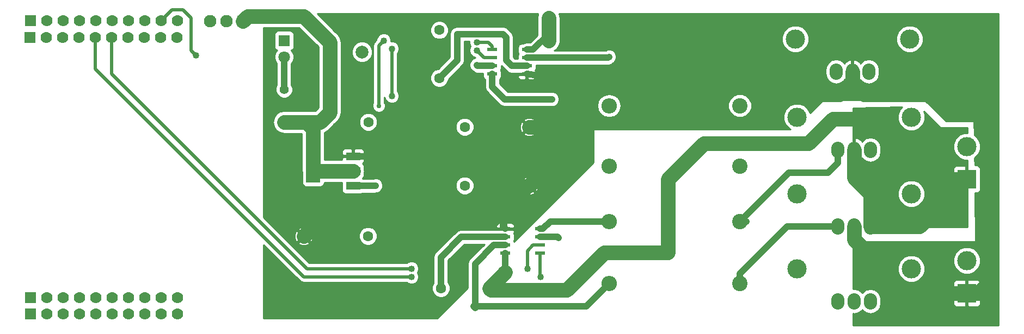
<source format=gbr>
G04 #@! TF.GenerationSoftware,KiCad,Pcbnew,(2017-03-23 revision 5aa1610)-master*
G04 #@! TF.CreationDate,2017-05-08T22:11:11+02:00*
G04 #@! TF.ProjectId,aPortableInductionHeater,61506F727461626C65496E6475637469,rev?*
G04 #@! TF.FileFunction,Copper,L1,Top,Signal*
G04 #@! TF.FilePolarity,Positive*
%FSLAX46Y46*%
G04 Gerber Fmt 4.6, Leading zero omitted, Abs format (unit mm)*
G04 Created by KiCad (PCBNEW (2017-03-23 revision 5aa1610)-master) date 2017 May 08, Monday 22:11:11*
%MOMM*%
%LPD*%
G01*
G04 APERTURE LIST*
%ADD10C,0.100000*%
%ADD11C,3.000000*%
%ADD12O,2.032000X2.540000*%
%ADD13R,2.235200X1.219200*%
%ADD14R,2.199640X3.599180*%
%ADD15R,1.550000X0.600000*%
%ADD16C,1.600000*%
%ADD17R,1.778000X1.778000*%
%ADD18C,1.778000*%
%ADD19C,1.930400*%
%ADD20R,1.676400X1.676400*%
%ADD21C,2.400000*%
%ADD22O,2.400000X2.400000*%
%ADD23C,2.000000*%
%ADD24R,2.000000X2.000000*%
%ADD25C,1.800000*%
%ADD26R,1.800000X1.800000*%
%ADD27O,1.400000X1.400000*%
%ADD28C,1.400000*%
%ADD29R,3.000000X3.000000*%
%ADD30C,1.016000*%
%ADD31C,0.762000*%
%ADD32C,1.016000*%
%ADD33C,2.286000*%
%ADD34C,0.508000*%
%ADD35C,1.000000*%
%ADD36C,0.254000*%
G04 APERTURE END LIST*
D10*
D11*
X201676000Y-110490000D03*
D12*
X210566000Y-115570000D03*
X213106000Y-115570000D03*
X208026000Y-115570000D03*
D11*
X219456000Y-110490000D03*
X219456000Y-98806000D03*
D12*
X208026000Y-103886000D03*
X213106000Y-103886000D03*
X210566000Y-103886000D03*
D11*
X201676000Y-98806000D03*
X219456000Y-86868000D03*
D12*
X208026000Y-91948000D03*
X213106000Y-91948000D03*
X210566000Y-91948000D03*
D11*
X201676000Y-86868000D03*
X201422000Y-74676000D03*
D12*
X210312000Y-79756000D03*
X212852000Y-79756000D03*
X207772000Y-79756000D03*
D11*
X219202000Y-74676000D03*
D13*
X132638800Y-97561400D03*
X132638800Y-95250000D03*
X132638800Y-92941140D03*
D14*
X126441200Y-95250000D03*
D15*
X156304000Y-104267000D03*
X156304000Y-105537000D03*
X156304000Y-106807000D03*
X156304000Y-108077000D03*
X161704000Y-108077000D03*
X161704000Y-106807000D03*
X161704000Y-105537000D03*
X161704000Y-104267000D03*
X154272000Y-80137000D03*
X154272000Y-78867000D03*
X154272000Y-77597000D03*
X154272000Y-76327000D03*
X159672000Y-76327000D03*
X159672000Y-77597000D03*
X159672000Y-78867000D03*
X159672000Y-80137000D03*
D16*
X127508000Y-87630000D03*
X135008000Y-87630000D03*
X160020000Y-88392000D03*
X150020000Y-88392000D03*
X160020000Y-97536000D03*
X150020000Y-97536000D03*
X124968000Y-105410000D03*
X134968000Y-105410000D03*
X146050000Y-80772000D03*
X146050000Y-73272000D03*
X146304000Y-113538000D03*
X153804000Y-113538000D03*
D17*
X82460000Y-71850000D03*
D18*
X85000000Y-71850000D03*
X87540000Y-71850000D03*
X90080000Y-71850000D03*
X92620000Y-71850000D03*
X95160000Y-71850000D03*
X97700000Y-71850000D03*
X100240000Y-71850000D03*
X102780000Y-71850000D03*
X105320000Y-71850000D03*
D17*
X82410000Y-74400000D03*
D18*
X84950000Y-74400000D03*
X87490000Y-74400000D03*
X90030000Y-74400000D03*
X92570000Y-74400000D03*
X95110000Y-74400000D03*
X97650000Y-74400000D03*
X100190000Y-74400000D03*
X102730000Y-74400000D03*
X105270000Y-74400000D03*
D17*
X82461100Y-115033600D03*
D18*
X85001100Y-115033600D03*
X87541100Y-115033600D03*
X90081100Y-115033600D03*
X92621100Y-115033600D03*
X95161100Y-115033600D03*
X97701100Y-115033600D03*
X100241100Y-115033600D03*
X102781100Y-115033600D03*
X105321100Y-115033600D03*
D17*
X82461100Y-117573600D03*
D18*
X85001100Y-117573600D03*
X87541100Y-117573600D03*
X90081100Y-117573600D03*
X92621100Y-117573600D03*
X95161100Y-117573600D03*
X97701100Y-117573600D03*
X100241100Y-117573600D03*
X102781100Y-117573600D03*
X105321100Y-117573600D03*
D19*
X110406601Y-71859043D03*
X112946601Y-71859043D03*
D20*
X115486601Y-71859043D03*
D21*
X192786000Y-112776000D03*
D22*
X172466000Y-112776000D03*
D21*
X192786000Y-85090000D03*
D22*
X172466000Y-85090000D03*
X172466000Y-103124000D03*
D21*
X192786000Y-103124000D03*
D22*
X172466000Y-94488000D03*
D21*
X192786000Y-94488000D03*
D23*
X134032000Y-76708000D03*
D24*
X129032000Y-76708000D03*
D25*
X121920000Y-77470000D03*
D26*
X121920000Y-74930000D03*
D27*
X121920000Y-87630000D03*
D28*
X121920000Y-82550000D03*
D11*
X228092000Y-91440000D03*
D29*
X228092000Y-96520000D03*
D11*
X228092000Y-109220000D03*
D29*
X228092000Y-114300000D03*
D30*
X136144000Y-97536000D03*
X164592000Y-105664000D03*
X151892000Y-78740000D03*
X141732000Y-110490000D03*
X159766000Y-110490000D03*
X141732000Y-111760000D03*
X161798000Y-111760000D03*
X163068000Y-71374000D03*
X172466000Y-77470000D03*
X163576000Y-84074000D03*
X151892000Y-75184000D03*
X137414000Y-74930000D03*
D31*
X136652000Y-85090000D03*
D30*
X108204000Y-77216000D03*
X138684000Y-83566000D03*
X138684000Y-76200000D03*
X151892000Y-76454000D03*
D32*
X136118600Y-97561400D02*
X132638800Y-97561400D01*
X136144000Y-97536000D02*
X136118600Y-97561400D01*
X164465000Y-105537000D02*
X161704000Y-105537000D01*
X164592000Y-105664000D02*
X164465000Y-105537000D01*
X152019000Y-78867000D02*
X154272000Y-78867000D01*
X151892000Y-78740000D02*
X152019000Y-78867000D01*
D33*
X213106000Y-103886000D02*
X213106000Y-98806000D01*
X210566000Y-96266000D02*
X210566000Y-91948000D01*
X213106000Y-98806000D02*
X210566000Y-96266000D01*
X213106000Y-103886000D02*
X220726000Y-103886000D01*
X220726000Y-103886000D02*
X228092000Y-96520000D01*
X181610000Y-107950000D02*
X181610000Y-96520000D01*
X165862000Y-113792000D02*
X171704000Y-107950000D01*
X171704000Y-107950000D02*
X181610000Y-107950000D01*
X154058000Y-113792000D02*
X165862000Y-113792000D01*
X223520000Y-96520000D02*
X228092000Y-96520000D01*
X214122000Y-87122000D02*
X223520000Y-96520000D01*
X207264000Y-87122000D02*
X214122000Y-87122000D01*
X203454000Y-90932000D02*
X207264000Y-87122000D01*
X187198000Y-90932000D02*
X203454000Y-90932000D01*
X181610000Y-96520000D02*
X187198000Y-90932000D01*
D32*
X156304000Y-108077000D02*
X156304000Y-111038000D01*
D33*
X156304000Y-111038000D02*
X153804000Y-113538000D01*
X154058000Y-113792000D02*
X153804000Y-113538000D01*
D32*
X156304000Y-105537000D02*
X149479000Y-105537000D01*
X146304000Y-108712000D02*
X146304000Y-113538000D01*
X149479000Y-105537000D02*
X146304000Y-108712000D01*
D33*
X210439000Y-81661000D02*
X209931000Y-81661000D01*
X195453000Y-81153000D02*
X166370000Y-81153000D01*
X197612000Y-83312000D02*
X195453000Y-81153000D01*
X208280000Y-83312000D02*
X197612000Y-83312000D01*
X209931000Y-81661000D02*
X208280000Y-83312000D01*
X231648000Y-85852000D02*
X225806000Y-85852000D01*
X229870000Y-114300000D02*
X231648000Y-112522000D01*
X231648000Y-112522000D02*
X231648000Y-85852000D01*
X228092000Y-114300000D02*
X229870000Y-114300000D01*
X212090000Y-83312000D02*
X210439000Y-81661000D01*
X210439000Y-81661000D02*
X210312000Y-81534000D01*
X223266000Y-83312000D02*
X212090000Y-83312000D01*
X225806000Y-85852000D02*
X223266000Y-83312000D01*
X218948000Y-114300000D02*
X217170000Y-114300000D01*
X228092000Y-114300000D02*
X218948000Y-114300000D01*
X210566000Y-105918000D02*
X210566000Y-103886000D01*
X214122000Y-109474000D02*
X210566000Y-105918000D01*
X214122000Y-111252000D02*
X214122000Y-109474000D01*
X217170000Y-114300000D02*
X214122000Y-111252000D01*
X210312000Y-79756000D02*
X210312000Y-81534000D01*
X210312000Y-81534000D02*
X210312000Y-82042000D01*
X210312000Y-82042000D02*
X210566000Y-81788000D01*
X210566000Y-81788000D02*
X210566000Y-82042000D01*
X155956000Y-101600000D02*
X128778000Y-101600000D01*
X128778000Y-101600000D02*
X124968000Y-105410000D01*
D32*
X159672000Y-80137000D02*
X166370000Y-81153000D01*
D33*
X166370000Y-81153000D02*
X166370000Y-81026000D01*
X166370000Y-82042000D02*
X166370000Y-89154000D01*
X166370000Y-81026000D02*
X166370000Y-82042000D01*
D32*
X155956000Y-103919000D02*
X155956000Y-101600000D01*
D33*
X155956000Y-101600000D02*
X155956000Y-101346000D01*
X155956000Y-101346000D02*
X156210000Y-101092000D01*
D32*
X155956000Y-103919000D02*
X156304000Y-104267000D01*
X155956000Y-103919000D02*
X156304000Y-104267000D01*
X132638800Y-92941140D02*
X164614860Y-92941140D01*
D33*
X164614860Y-92941140D02*
X164846000Y-92710000D01*
X160020000Y-97536000D02*
X159766000Y-97536000D01*
X159766000Y-97536000D02*
X156210000Y-101092000D01*
X160020000Y-88392000D02*
X165608000Y-88392000D01*
X165608000Y-88392000D02*
X166370000Y-89154000D01*
X166370000Y-89154000D02*
X166370000Y-91186000D01*
X166370000Y-91186000D02*
X164846000Y-92710000D01*
X164846000Y-92710000D02*
X160020000Y-97536000D01*
D32*
X156304000Y-106807000D02*
X154559000Y-106807000D01*
X168910000Y-116332000D02*
X172466000Y-112776000D01*
X151384000Y-116332000D02*
X168910000Y-116332000D01*
X151638000Y-116586000D02*
X151384000Y-116332000D01*
X151638000Y-109728000D02*
X151638000Y-116586000D01*
X154559000Y-106807000D02*
X151638000Y-109728000D01*
X161704000Y-104267000D02*
X162179000Y-104267000D01*
X162179000Y-104267000D02*
X163322000Y-103124000D01*
X163322000Y-103124000D02*
X172466000Y-103124000D01*
D34*
X161704000Y-106807000D02*
X160655000Y-106807000D01*
X95110000Y-80124000D02*
X95110000Y-74400000D01*
X125476000Y-110490000D02*
X95110000Y-80124000D01*
X141732000Y-110490000D02*
X125476000Y-110490000D01*
X159766000Y-107696000D02*
X159766000Y-110490000D01*
X160655000Y-106807000D02*
X159766000Y-107696000D01*
X161704000Y-108077000D02*
X161704000Y-111666000D01*
X92570000Y-79362000D02*
X92570000Y-74400000D01*
X124968000Y-111760000D02*
X92570000Y-79362000D01*
X141732000Y-111760000D02*
X124968000Y-111760000D01*
X161704000Y-111666000D02*
X161798000Y-111760000D01*
D32*
X192786000Y-112776000D02*
X192786000Y-111252000D01*
X200152000Y-103886000D02*
X208026000Y-103886000D01*
X192786000Y-111252000D02*
X200152000Y-103886000D01*
X208026000Y-91694000D02*
X208026000Y-93980000D01*
X200406000Y-95504000D02*
X192786000Y-103124000D01*
X206502000Y-95504000D02*
X200406000Y-95504000D01*
X208026000Y-93980000D02*
X206502000Y-95504000D01*
X192786000Y-103124000D02*
X193802000Y-103124000D01*
X148844000Y-73914000D02*
X148844000Y-77978000D01*
X157353000Y-78867000D02*
X156464000Y-77978000D01*
X156464000Y-77978000D02*
X156464000Y-74422000D01*
X156464000Y-74422000D02*
X155956000Y-73914000D01*
X155956000Y-73914000D02*
X148844000Y-73914000D01*
X159672000Y-78867000D02*
X157353000Y-78867000D01*
X148844000Y-77978000D02*
X146050000Y-80772000D01*
D35*
X159672000Y-76327000D02*
X160655000Y-76327000D01*
X160655000Y-76327000D02*
X163068000Y-73914000D01*
D33*
X163068000Y-74930000D02*
X163068000Y-73914000D01*
X163068000Y-73914000D02*
X163068000Y-71374000D01*
D32*
X159672000Y-77597000D02*
X172339000Y-77597000D01*
X172339000Y-77597000D02*
X172466000Y-77470000D01*
X156210000Y-84074000D02*
X163576000Y-84074000D01*
X154272000Y-82136000D02*
X156210000Y-84074000D01*
X154272000Y-80137000D02*
X154272000Y-82136000D01*
D34*
X154272000Y-75786000D02*
X153670000Y-75184000D01*
X153670000Y-75184000D02*
X151892000Y-75184000D01*
X137414000Y-74930000D02*
X136652000Y-75692000D01*
X136652000Y-75692000D02*
X136652000Y-85090000D01*
X154272000Y-76327000D02*
X154272000Y-75786000D01*
X154272000Y-77597000D02*
X153035000Y-77597000D01*
X104526000Y-70104000D02*
X102780000Y-71850000D01*
X106172000Y-70104000D02*
X104526000Y-70104000D01*
X107442000Y-71374000D02*
X106172000Y-70104000D01*
X107442000Y-76454000D02*
X107442000Y-71374000D01*
X108204000Y-77216000D02*
X107442000Y-76454000D01*
X138684000Y-76200000D02*
X138684000Y-83566000D01*
X153035000Y-77597000D02*
X151892000Y-76454000D01*
D33*
X132638800Y-95250000D02*
X126441200Y-95250000D01*
X129032000Y-76708000D02*
X129032000Y-75184000D01*
X124968000Y-71120000D02*
X116225644Y-71120000D01*
X129032000Y-75184000D02*
X124968000Y-71120000D01*
X116225644Y-71120000D02*
X115486601Y-71859043D01*
X127508000Y-87630000D02*
X121920000Y-87630000D01*
X127508000Y-87630000D02*
X129032000Y-86106000D01*
X129032000Y-86106000D02*
X129032000Y-76708000D01*
X126441200Y-95250000D02*
X126441200Y-88696800D01*
X125374400Y-87630000D02*
X127508000Y-87630000D01*
X126441200Y-88696800D02*
X125374400Y-87630000D01*
D32*
X121920000Y-82550000D02*
X121920000Y-77470000D01*
D36*
G36*
X217647091Y-85657041D02*
X217321372Y-86441459D01*
X217320630Y-87290815D01*
X217644980Y-88075800D01*
X218245041Y-88676909D01*
X219029459Y-89002628D01*
X219878815Y-89003370D01*
X220663800Y-88679020D01*
X221264909Y-88078959D01*
X221590628Y-87294541D01*
X221591370Y-86445185D01*
X221372940Y-85916546D01*
X223938197Y-88481803D01*
X223979399Y-88509333D01*
X224028000Y-88519000D01*
X228219000Y-88519000D01*
X228219000Y-89305110D01*
X227669185Y-89304630D01*
X226884200Y-89628980D01*
X226283091Y-90229041D01*
X225957372Y-91013459D01*
X225956630Y-91862815D01*
X226280980Y-92647800D01*
X226881041Y-93248909D01*
X227665459Y-93574628D01*
X228219000Y-93575112D01*
X228219000Y-104013000D01*
X213233000Y-104013000D01*
X213233000Y-103759000D01*
X214757000Y-103759000D01*
X214757000Y-103505000D01*
X214582724Y-102882857D01*
X214183630Y-102374764D01*
X213620477Y-102058074D01*
X213488944Y-102026025D01*
X213233002Y-102145163D01*
X213233002Y-101981000D01*
X213233000Y-101981000D01*
X213233000Y-99228815D01*
X217320630Y-99228815D01*
X217644980Y-100013800D01*
X218245041Y-100614909D01*
X219029459Y-100940628D01*
X219878815Y-100941370D01*
X220663800Y-100617020D01*
X221264909Y-100016959D01*
X221590628Y-99232541D01*
X221591370Y-98383185D01*
X221267020Y-97598200D01*
X220666959Y-96997091D01*
X220206159Y-96805750D01*
X225957000Y-96805750D01*
X225957000Y-98146309D01*
X226053673Y-98379698D01*
X226232301Y-98558327D01*
X226465690Y-98655000D01*
X227806250Y-98655000D01*
X227965000Y-98496250D01*
X227965000Y-96647000D01*
X226115750Y-96647000D01*
X225957000Y-96805750D01*
X220206159Y-96805750D01*
X219882541Y-96671372D01*
X219033185Y-96670630D01*
X218248200Y-96994980D01*
X217647091Y-97595041D01*
X217321372Y-98379459D01*
X217320630Y-99228815D01*
X213233000Y-99228815D01*
X213233000Y-98806000D01*
X213223333Y-98757399D01*
X213195803Y-98716197D01*
X210439000Y-95959394D01*
X210439000Y-94893691D01*
X225957000Y-94893691D01*
X225957000Y-96234250D01*
X226115750Y-96393000D01*
X227965000Y-96393000D01*
X227965000Y-94543750D01*
X227806250Y-94385000D01*
X226465690Y-94385000D01*
X226232301Y-94481673D01*
X226053673Y-94660302D01*
X225957000Y-94893691D01*
X210439000Y-94893691D01*
X210439000Y-90207164D01*
X210693000Y-90207164D01*
X210693000Y-91821000D01*
X210713000Y-91821000D01*
X210713000Y-92075000D01*
X210693000Y-92075000D01*
X210693000Y-93688836D01*
X210948944Y-93807975D01*
X211080477Y-93775926D01*
X211643630Y-93459236D01*
X211821946Y-93232219D01*
X211938567Y-93406754D01*
X212474190Y-93764646D01*
X213106000Y-93890321D01*
X213737810Y-93764646D01*
X214273433Y-93406754D01*
X214631325Y-92871131D01*
X214757000Y-92239321D01*
X214757000Y-91656679D01*
X214631325Y-91024869D01*
X214273433Y-90489246D01*
X213737810Y-90131354D01*
X213106000Y-90005679D01*
X212474190Y-90131354D01*
X211938567Y-90489246D01*
X211821946Y-90663781D01*
X211643630Y-90436764D01*
X211080477Y-90120074D01*
X210948944Y-90088025D01*
X210693000Y-90207164D01*
X210439000Y-90207164D01*
X210439000Y-85467864D01*
X218026620Y-85278174D01*
X217647091Y-85657041D01*
X217647091Y-85657041D01*
G37*
X217647091Y-85657041D02*
X217321372Y-86441459D01*
X217320630Y-87290815D01*
X217644980Y-88075800D01*
X218245041Y-88676909D01*
X219029459Y-89002628D01*
X219878815Y-89003370D01*
X220663800Y-88679020D01*
X221264909Y-88078959D01*
X221590628Y-87294541D01*
X221591370Y-86445185D01*
X221372940Y-85916546D01*
X223938197Y-88481803D01*
X223979399Y-88509333D01*
X224028000Y-88519000D01*
X228219000Y-88519000D01*
X228219000Y-89305110D01*
X227669185Y-89304630D01*
X226884200Y-89628980D01*
X226283091Y-90229041D01*
X225957372Y-91013459D01*
X225956630Y-91862815D01*
X226280980Y-92647800D01*
X226881041Y-93248909D01*
X227665459Y-93574628D01*
X228219000Y-93575112D01*
X228219000Y-104013000D01*
X213233000Y-104013000D01*
X213233000Y-103759000D01*
X214757000Y-103759000D01*
X214757000Y-103505000D01*
X214582724Y-102882857D01*
X214183630Y-102374764D01*
X213620477Y-102058074D01*
X213488944Y-102026025D01*
X213233002Y-102145163D01*
X213233002Y-101981000D01*
X213233000Y-101981000D01*
X213233000Y-99228815D01*
X217320630Y-99228815D01*
X217644980Y-100013800D01*
X218245041Y-100614909D01*
X219029459Y-100940628D01*
X219878815Y-100941370D01*
X220663800Y-100617020D01*
X221264909Y-100016959D01*
X221590628Y-99232541D01*
X221591370Y-98383185D01*
X221267020Y-97598200D01*
X220666959Y-96997091D01*
X220206159Y-96805750D01*
X225957000Y-96805750D01*
X225957000Y-98146309D01*
X226053673Y-98379698D01*
X226232301Y-98558327D01*
X226465690Y-98655000D01*
X227806250Y-98655000D01*
X227965000Y-98496250D01*
X227965000Y-96647000D01*
X226115750Y-96647000D01*
X225957000Y-96805750D01*
X220206159Y-96805750D01*
X219882541Y-96671372D01*
X219033185Y-96670630D01*
X218248200Y-96994980D01*
X217647091Y-97595041D01*
X217321372Y-98379459D01*
X217320630Y-99228815D01*
X213233000Y-99228815D01*
X213233000Y-98806000D01*
X213223333Y-98757399D01*
X213195803Y-98716197D01*
X210439000Y-95959394D01*
X210439000Y-94893691D01*
X225957000Y-94893691D01*
X225957000Y-96234250D01*
X226115750Y-96393000D01*
X227965000Y-96393000D01*
X227965000Y-94543750D01*
X227806250Y-94385000D01*
X226465690Y-94385000D01*
X226232301Y-94481673D01*
X226053673Y-94660302D01*
X225957000Y-94893691D01*
X210439000Y-94893691D01*
X210439000Y-90207164D01*
X210693000Y-90207164D01*
X210693000Y-91821000D01*
X210713000Y-91821000D01*
X210713000Y-92075000D01*
X210693000Y-92075000D01*
X210693000Y-93688836D01*
X210948944Y-93807975D01*
X211080477Y-93775926D01*
X211643630Y-93459236D01*
X211821946Y-93232219D01*
X211938567Y-93406754D01*
X212474190Y-93764646D01*
X213106000Y-93890321D01*
X213737810Y-93764646D01*
X214273433Y-93406754D01*
X214631325Y-92871131D01*
X214757000Y-92239321D01*
X214757000Y-91656679D01*
X214631325Y-91024869D01*
X214273433Y-90489246D01*
X213737810Y-90131354D01*
X213106000Y-90005679D01*
X212474190Y-90131354D01*
X211938567Y-90489246D01*
X211821946Y-90663781D01*
X211643630Y-90436764D01*
X211080477Y-90120074D01*
X210948944Y-90088025D01*
X210693000Y-90207164D01*
X210439000Y-90207164D01*
X210439000Y-85467864D01*
X218026620Y-85278174D01*
X217647091Y-85657041D01*
G36*
X161290000Y-71374000D02*
X161290000Y-74086868D01*
X160184868Y-75192000D01*
X159672000Y-75192000D01*
X159237654Y-75278397D01*
X159086253Y-75379560D01*
X158897000Y-75379560D01*
X158649235Y-75428843D01*
X158439191Y-75569191D01*
X158298843Y-75779235D01*
X158249560Y-76027000D01*
X158249560Y-76627000D01*
X158298843Y-76874765D01*
X158357132Y-76962000D01*
X158298843Y-77049235D01*
X158249560Y-77297000D01*
X158249560Y-77724000D01*
X157826446Y-77724000D01*
X157607000Y-77504554D01*
X157607000Y-74422000D01*
X157519994Y-73984593D01*
X157272223Y-73613777D01*
X156764223Y-73105777D01*
X156393407Y-72858006D01*
X155956000Y-72771000D01*
X148844000Y-72771000D01*
X148406593Y-72858006D01*
X148035777Y-73105777D01*
X147788006Y-73476593D01*
X147701000Y-73914000D01*
X147701000Y-77504554D01*
X145868712Y-79336842D01*
X145765813Y-79336752D01*
X145238200Y-79554757D01*
X144834176Y-79958077D01*
X144615250Y-80485309D01*
X144614752Y-81056187D01*
X144832757Y-81583800D01*
X145236077Y-81987824D01*
X145763309Y-82206750D01*
X146334187Y-82207248D01*
X146861800Y-81989243D01*
X147265824Y-81585923D01*
X147484750Y-81058691D01*
X147484842Y-80953604D01*
X149652223Y-78786223D01*
X149899994Y-78415407D01*
X149987000Y-77978000D01*
X149987000Y-75057000D01*
X150749111Y-75057000D01*
X150748802Y-75410359D01*
X150917850Y-75819489D01*
X150749199Y-76225646D01*
X150748802Y-76680359D01*
X150922446Y-77100612D01*
X151243697Y-77422423D01*
X151663646Y-77596801D01*
X151665639Y-77596803D01*
X151245388Y-77770446D01*
X150923577Y-78091697D01*
X150749199Y-78511646D01*
X150748802Y-78966359D01*
X150922446Y-79386612D01*
X151243697Y-79708423D01*
X151287990Y-79726815D01*
X151581593Y-79922994D01*
X152019000Y-80010000D01*
X152849560Y-80010000D01*
X152849560Y-80437000D01*
X152898843Y-80684765D01*
X153039191Y-80894809D01*
X153129000Y-80954818D01*
X153129000Y-82136000D01*
X153216006Y-82573407D01*
X153463777Y-82944223D01*
X155401777Y-84882223D01*
X155772593Y-85129994D01*
X156210000Y-85217000D01*
X163575575Y-85217000D01*
X163802359Y-85217198D01*
X164110203Y-85090000D01*
X170595050Y-85090000D01*
X170734731Y-85792224D01*
X171132509Y-86387541D01*
X171727826Y-86785319D01*
X172430050Y-86925000D01*
X172501950Y-86925000D01*
X173204174Y-86785319D01*
X173799491Y-86387541D01*
X174197269Y-85792224D01*
X174264664Y-85453403D01*
X190950682Y-85453403D01*
X191229455Y-86128086D01*
X191745199Y-86644730D01*
X192419395Y-86924681D01*
X193149403Y-86925318D01*
X193824086Y-86646545D01*
X194340730Y-86130801D01*
X194620681Y-85456605D01*
X194621318Y-84726597D01*
X194342545Y-84051914D01*
X193826801Y-83535270D01*
X193152605Y-83255319D01*
X192422597Y-83254682D01*
X191747914Y-83533455D01*
X191231270Y-84049199D01*
X190951319Y-84723395D01*
X190950682Y-85453403D01*
X174264664Y-85453403D01*
X174336950Y-85090000D01*
X174197269Y-84387776D01*
X173799491Y-83792459D01*
X173204174Y-83394681D01*
X172501950Y-83255000D01*
X172430050Y-83255000D01*
X171727826Y-83394681D01*
X171132509Y-83792459D01*
X170734731Y-84387776D01*
X170595050Y-85090000D01*
X164110203Y-85090000D01*
X164222612Y-85043554D01*
X164544423Y-84722303D01*
X164718801Y-84302354D01*
X164719198Y-83847641D01*
X164545554Y-83427388D01*
X164224303Y-83105577D01*
X163804354Y-82931199D01*
X163349641Y-82930802D01*
X163349162Y-82931000D01*
X156683446Y-82931000D01*
X155415000Y-81662554D01*
X155415000Y-80954818D01*
X155504809Y-80894809D01*
X155645157Y-80684765D01*
X155694440Y-80437000D01*
X155694440Y-80422750D01*
X158262000Y-80422750D01*
X158262000Y-80563310D01*
X158358673Y-80796699D01*
X158537302Y-80975327D01*
X158770691Y-81072000D01*
X159386250Y-81072000D01*
X159545000Y-80913250D01*
X159545000Y-80264000D01*
X159799000Y-80264000D01*
X159799000Y-80913250D01*
X159957750Y-81072000D01*
X160573309Y-81072000D01*
X160806698Y-80975327D01*
X160985327Y-80796699D01*
X161082000Y-80563310D01*
X161082000Y-80422750D01*
X160923250Y-80264000D01*
X159799000Y-80264000D01*
X159545000Y-80264000D01*
X158420750Y-80264000D01*
X158262000Y-80422750D01*
X155694440Y-80422750D01*
X155694440Y-79837000D01*
X155645157Y-79589235D01*
X155586868Y-79502000D01*
X155645157Y-79414765D01*
X155694440Y-79167000D01*
X155694440Y-78824886D01*
X156544777Y-79675223D01*
X156915593Y-79922994D01*
X157353000Y-80010000D01*
X159672000Y-80010000D01*
X159772546Y-79990000D01*
X159799000Y-79990000D01*
X159799000Y-80010000D01*
X160923250Y-80010000D01*
X161082000Y-79851250D01*
X161082000Y-79710690D01*
X160992232Y-79493972D01*
X161011805Y-79464679D01*
X206121000Y-79464679D01*
X206121000Y-80047321D01*
X206246675Y-80679131D01*
X206604567Y-81214754D01*
X207140190Y-81572646D01*
X207772000Y-81698321D01*
X208403810Y-81572646D01*
X208939433Y-81214754D01*
X209056054Y-81040219D01*
X209234370Y-81267236D01*
X209797523Y-81583926D01*
X209929056Y-81615975D01*
X210185000Y-81496836D01*
X210185000Y-79883000D01*
X210165000Y-79883000D01*
X210165000Y-79629000D01*
X210185000Y-79629000D01*
X210185000Y-78015164D01*
X210439000Y-78015164D01*
X210439000Y-79629000D01*
X210459000Y-79629000D01*
X210459000Y-79883000D01*
X210439000Y-79883000D01*
X210439000Y-81496836D01*
X210694944Y-81615975D01*
X210826477Y-81583926D01*
X211389630Y-81267236D01*
X211567946Y-81040219D01*
X211684567Y-81214754D01*
X212220190Y-81572646D01*
X212852000Y-81698321D01*
X213483810Y-81572646D01*
X214019433Y-81214754D01*
X214377325Y-80679131D01*
X214503000Y-80047321D01*
X214503000Y-79464679D01*
X214377325Y-78832869D01*
X214019433Y-78297246D01*
X213483810Y-77939354D01*
X212852000Y-77813679D01*
X212220190Y-77939354D01*
X211684567Y-78297246D01*
X211567946Y-78471781D01*
X211389630Y-78244764D01*
X210826477Y-77928074D01*
X210694944Y-77896025D01*
X210439000Y-78015164D01*
X210185000Y-78015164D01*
X209929056Y-77896025D01*
X209797523Y-77928074D01*
X209234370Y-78244764D01*
X209056054Y-78471781D01*
X208939433Y-78297246D01*
X208403810Y-77939354D01*
X207772000Y-77813679D01*
X207140190Y-77939354D01*
X206604567Y-78297246D01*
X206246675Y-78832869D01*
X206121000Y-79464679D01*
X161011805Y-79464679D01*
X161045157Y-79414765D01*
X161094440Y-79167000D01*
X161094440Y-78740000D01*
X172339000Y-78740000D01*
X172776407Y-78652994D01*
X173068670Y-78457710D01*
X173112612Y-78439554D01*
X173146557Y-78405668D01*
X173147223Y-78405223D01*
X173273518Y-78278928D01*
X173434423Y-78118303D01*
X173608801Y-77698354D01*
X173609198Y-77243641D01*
X173435554Y-76823388D01*
X173114303Y-76501577D01*
X172694354Y-76327199D01*
X172239641Y-76326802D01*
X171931797Y-76454000D01*
X163925995Y-76454000D01*
X164325236Y-76187236D01*
X164710658Y-75610411D01*
X164812420Y-75098815D01*
X199286630Y-75098815D01*
X199610980Y-75883800D01*
X200211041Y-76484909D01*
X200995459Y-76810628D01*
X201844815Y-76811370D01*
X202629800Y-76487020D01*
X203230909Y-75886959D01*
X203556628Y-75102541D01*
X203556631Y-75098815D01*
X217066630Y-75098815D01*
X217390980Y-75883800D01*
X217991041Y-76484909D01*
X218775459Y-76810628D01*
X219624815Y-76811370D01*
X220409800Y-76487020D01*
X221010909Y-75886959D01*
X221336628Y-75102541D01*
X221337370Y-74253185D01*
X221013020Y-73468200D01*
X220412959Y-72867091D01*
X219628541Y-72541372D01*
X218779185Y-72540630D01*
X217994200Y-72864980D01*
X217393091Y-73465041D01*
X217067372Y-74249459D01*
X217066630Y-75098815D01*
X203556631Y-75098815D01*
X203557370Y-74253185D01*
X203233020Y-73468200D01*
X202632959Y-72867091D01*
X201848541Y-72541372D01*
X200999185Y-72540630D01*
X200214200Y-72864980D01*
X199613091Y-73465041D01*
X199287372Y-74249459D01*
X199286630Y-75098815D01*
X164812420Y-75098815D01*
X164846000Y-74930000D01*
X164846000Y-71374000D01*
X164719691Y-70739000D01*
X233045000Y-70739000D01*
X233045000Y-119302000D01*
X210439000Y-119302000D01*
X210439000Y-117487059D01*
X210566000Y-117512321D01*
X211197810Y-117386646D01*
X211733433Y-117028754D01*
X211836000Y-116875252D01*
X211938567Y-117028754D01*
X212474190Y-117386646D01*
X213106000Y-117512321D01*
X213737810Y-117386646D01*
X214273433Y-117028754D01*
X214631325Y-116493131D01*
X214757000Y-115861321D01*
X214757000Y-115278679D01*
X214631325Y-114646869D01*
X214590487Y-114585750D01*
X225957000Y-114585750D01*
X225957000Y-115926309D01*
X226053673Y-116159698D01*
X226232301Y-116338327D01*
X226465690Y-116435000D01*
X227806250Y-116435000D01*
X227965000Y-116276250D01*
X227965000Y-114427000D01*
X228219000Y-114427000D01*
X228219000Y-116276250D01*
X228377750Y-116435000D01*
X229718310Y-116435000D01*
X229951699Y-116338327D01*
X230130327Y-116159698D01*
X230227000Y-115926309D01*
X230227000Y-114585750D01*
X230068250Y-114427000D01*
X228219000Y-114427000D01*
X227965000Y-114427000D01*
X226115750Y-114427000D01*
X225957000Y-114585750D01*
X214590487Y-114585750D01*
X214273433Y-114111246D01*
X213737810Y-113753354D01*
X213106000Y-113627679D01*
X212474190Y-113753354D01*
X211938567Y-114111246D01*
X211836000Y-114264748D01*
X211733433Y-114111246D01*
X211197810Y-113753354D01*
X210566000Y-113627679D01*
X210439000Y-113652941D01*
X210439000Y-112673691D01*
X225957000Y-112673691D01*
X225957000Y-114014250D01*
X226115750Y-114173000D01*
X227965000Y-114173000D01*
X227965000Y-112323750D01*
X228219000Y-112323750D01*
X228219000Y-114173000D01*
X230068250Y-114173000D01*
X230227000Y-114014250D01*
X230227000Y-112673691D01*
X230130327Y-112440302D01*
X229951699Y-112261673D01*
X229718310Y-112165000D01*
X228377750Y-112165000D01*
X228219000Y-112323750D01*
X227965000Y-112323750D01*
X227806250Y-112165000D01*
X226465690Y-112165000D01*
X226232301Y-112261673D01*
X226053673Y-112440302D01*
X225957000Y-112673691D01*
X210439000Y-112673691D01*
X210439000Y-110912815D01*
X217320630Y-110912815D01*
X217644980Y-111697800D01*
X218245041Y-112298909D01*
X219029459Y-112624628D01*
X219878815Y-112625370D01*
X220663800Y-112301020D01*
X221264909Y-111700959D01*
X221590628Y-110916541D01*
X221591370Y-110067185D01*
X221416024Y-109642815D01*
X225956630Y-109642815D01*
X226280980Y-110427800D01*
X226881041Y-111028909D01*
X227665459Y-111354628D01*
X228514815Y-111355370D01*
X229299800Y-111031020D01*
X229900909Y-110430959D01*
X230226628Y-109646541D01*
X230227370Y-108797185D01*
X229903020Y-108012200D01*
X229302959Y-107411091D01*
X228518541Y-107085372D01*
X227669185Y-107084630D01*
X226884200Y-107408980D01*
X226283091Y-108009041D01*
X225957372Y-108793459D01*
X225956630Y-109642815D01*
X221416024Y-109642815D01*
X221267020Y-109282200D01*
X220666959Y-108681091D01*
X219882541Y-108355372D01*
X219033185Y-108354630D01*
X218248200Y-108678980D01*
X217647091Y-109279041D01*
X217321372Y-110063459D01*
X217320630Y-110912815D01*
X210439000Y-110912815D01*
X210439000Y-106299000D01*
X229362000Y-106299000D01*
X229410601Y-106289333D01*
X229451803Y-106261803D01*
X229479333Y-106220601D01*
X229488988Y-106170260D01*
X229386210Y-98667440D01*
X229592000Y-98667440D01*
X229839765Y-98618157D01*
X230049809Y-98477809D01*
X230190157Y-98267765D01*
X230239440Y-98020000D01*
X230239440Y-95020000D01*
X230190157Y-94772235D01*
X230049809Y-94562191D01*
X229839765Y-94421843D01*
X229592000Y-94372560D01*
X229327376Y-94372560D01*
X229311847Y-93238994D01*
X229900909Y-92650959D01*
X230226628Y-91866541D01*
X230227370Y-91017185D01*
X229903020Y-90232200D01*
X229302959Y-89631091D01*
X229262192Y-89614163D01*
X229234988Y-87628260D01*
X229224656Y-87579797D01*
X229196564Y-87538976D01*
X229154989Y-87512013D01*
X229108000Y-87503000D01*
X224842606Y-87503000D01*
X221577803Y-84238197D01*
X221536601Y-84210667D01*
X221488000Y-84201000D01*
X205740000Y-84201000D01*
X205691399Y-84210667D01*
X205650197Y-84238197D01*
X203703726Y-86184668D01*
X203487020Y-85660200D01*
X202886959Y-85059091D01*
X202102541Y-84733372D01*
X201253185Y-84732630D01*
X200468200Y-85056980D01*
X199867091Y-85657041D01*
X199541372Y-86441459D01*
X199540630Y-87290815D01*
X199864980Y-88075800D01*
X200465041Y-88676909D01*
X200696454Y-88773000D01*
X170180000Y-88773000D01*
X170131399Y-88782667D01*
X170090197Y-88810197D01*
X170062667Y-88851399D01*
X170053000Y-88900000D01*
X170053000Y-93927394D01*
X160471227Y-103509167D01*
X160471191Y-103509191D01*
X160471167Y-103509227D01*
X157684457Y-106295937D01*
X157677157Y-106259235D01*
X157618868Y-106172000D01*
X157677157Y-106084765D01*
X157726440Y-105837000D01*
X157726440Y-105237000D01*
X157677157Y-104989235D01*
X157624232Y-104910028D01*
X157714000Y-104693310D01*
X157714000Y-104552750D01*
X157555250Y-104394000D01*
X156431000Y-104394000D01*
X156431000Y-104414000D01*
X156404546Y-104414000D01*
X156304000Y-104394000D01*
X149479000Y-104394000D01*
X149041593Y-104481006D01*
X148670777Y-104728777D01*
X145495777Y-107903777D01*
X145248006Y-108274593D01*
X145161000Y-108712000D01*
X145161000Y-112651380D01*
X145088176Y-112724077D01*
X144869250Y-113251309D01*
X144868752Y-113822187D01*
X145086757Y-114349800D01*
X145490077Y-114753824D01*
X146017309Y-114972750D01*
X146588187Y-114973248D01*
X147115800Y-114755243D01*
X147519824Y-114351923D01*
X147738750Y-113824691D01*
X147739248Y-113253813D01*
X147521243Y-112726200D01*
X147447000Y-112651827D01*
X147447000Y-109185446D01*
X149952446Y-106680000D01*
X153069554Y-106680000D01*
X150829777Y-108919777D01*
X150582006Y-109290593D01*
X150495000Y-109728000D01*
X150495000Y-113485394D01*
X145743394Y-118237000D01*
X118745000Y-118237000D01*
X118745000Y-106794236D01*
X124339382Y-112388618D01*
X124627794Y-112581329D01*
X124968000Y-112649000D01*
X141004412Y-112649000D01*
X141083697Y-112728423D01*
X141503646Y-112902801D01*
X141958359Y-112903198D01*
X142378612Y-112729554D01*
X142700423Y-112408303D01*
X142874801Y-111988354D01*
X142875198Y-111533641D01*
X142706150Y-111124511D01*
X142874801Y-110718354D01*
X142875198Y-110263641D01*
X142701554Y-109843388D01*
X142380303Y-109521577D01*
X141960354Y-109347199D01*
X141505641Y-109346802D01*
X141085388Y-109520446D01*
X141004694Y-109601000D01*
X125844236Y-109601000D01*
X122660981Y-106417745D01*
X124139861Y-106417745D01*
X124213995Y-106663864D01*
X124751223Y-106856965D01*
X125321454Y-106829778D01*
X125722005Y-106663864D01*
X125796139Y-106417745D01*
X124968000Y-105589605D01*
X124139861Y-106417745D01*
X122660981Y-106417745D01*
X121436459Y-105193223D01*
X123521035Y-105193223D01*
X123548222Y-105763454D01*
X123714136Y-106164005D01*
X123960255Y-106238139D01*
X124788395Y-105410000D01*
X125147605Y-105410000D01*
X125975745Y-106238139D01*
X126221864Y-106164005D01*
X126390735Y-105694187D01*
X133532752Y-105694187D01*
X133750757Y-106221800D01*
X134154077Y-106625824D01*
X134681309Y-106844750D01*
X135252187Y-106845248D01*
X135779800Y-106627243D01*
X136183824Y-106223923D01*
X136402750Y-105696691D01*
X136403248Y-105125813D01*
X136185243Y-104598200D01*
X135781923Y-104194176D01*
X135254691Y-103975250D01*
X134683813Y-103974752D01*
X134156200Y-104192757D01*
X133752176Y-104596077D01*
X133533250Y-105123309D01*
X133532752Y-105694187D01*
X126390735Y-105694187D01*
X126414965Y-105626777D01*
X126387778Y-105056546D01*
X126221864Y-104655995D01*
X125975745Y-104581861D01*
X125147605Y-105410000D01*
X124788395Y-105410000D01*
X123960255Y-104581861D01*
X123714136Y-104655995D01*
X123521035Y-105193223D01*
X121436459Y-105193223D01*
X120645491Y-104402255D01*
X124139861Y-104402255D01*
X124968000Y-105230395D01*
X125796139Y-104402255D01*
X125722005Y-104156136D01*
X125184777Y-103963035D01*
X124614546Y-103990222D01*
X124213995Y-104156136D01*
X124139861Y-104402255D01*
X120645491Y-104402255D01*
X120083926Y-103840690D01*
X154894000Y-103840690D01*
X154894000Y-103981250D01*
X155052750Y-104140000D01*
X156177000Y-104140000D01*
X156177000Y-103490750D01*
X156431000Y-103490750D01*
X156431000Y-104140000D01*
X157555250Y-104140000D01*
X157714000Y-103981250D01*
X157714000Y-103840690D01*
X157617327Y-103607301D01*
X157438698Y-103428673D01*
X157205309Y-103332000D01*
X156589750Y-103332000D01*
X156431000Y-103490750D01*
X156177000Y-103490750D01*
X156018250Y-103332000D01*
X155402691Y-103332000D01*
X155169302Y-103428673D01*
X154990673Y-103607301D01*
X154894000Y-103840690D01*
X120083926Y-103840690D01*
X118745000Y-102501764D01*
X118745000Y-74030000D01*
X120372560Y-74030000D01*
X120372560Y-75830000D01*
X120421843Y-76077765D01*
X120562191Y-76287809D01*
X120772235Y-76428157D01*
X120787839Y-76431261D01*
X120619449Y-76599357D01*
X120385267Y-77163330D01*
X120384735Y-77773991D01*
X120617932Y-78338371D01*
X120777000Y-78497717D01*
X120777000Y-81821459D01*
X120585232Y-82283287D01*
X120584769Y-82814383D01*
X120787582Y-83305229D01*
X121162796Y-83681098D01*
X121653287Y-83884768D01*
X122184383Y-83885231D01*
X122675229Y-83682418D01*
X123051098Y-83307204D01*
X123254768Y-82816713D01*
X123255231Y-82285617D01*
X123063000Y-81820381D01*
X123063000Y-78497919D01*
X123220551Y-78340643D01*
X123454733Y-77776670D01*
X123455265Y-77166009D01*
X123222068Y-76601629D01*
X123052025Y-76431288D01*
X123067765Y-76428157D01*
X123277809Y-76287809D01*
X123418157Y-76077765D01*
X123467440Y-75830000D01*
X123467440Y-74030000D01*
X123418157Y-73782235D01*
X123277809Y-73572191D01*
X123067765Y-73431843D01*
X122820000Y-73382560D01*
X121020000Y-73382560D01*
X120772235Y-73431843D01*
X120562191Y-73572191D01*
X120421843Y-73782235D01*
X120372560Y-74030000D01*
X118745000Y-74030000D01*
X118745000Y-72898000D01*
X124231528Y-72898000D01*
X127254000Y-75920472D01*
X127254000Y-85369528D01*
X126771528Y-85852000D01*
X121920000Y-85852000D01*
X121239589Y-85987342D01*
X120662764Y-86372764D01*
X120277342Y-86949589D01*
X120142000Y-87630000D01*
X120277342Y-88310411D01*
X120662764Y-88887236D01*
X121239589Y-89272658D01*
X121920000Y-89408000D01*
X124637928Y-89408000D01*
X124663200Y-89433272D01*
X124663200Y-95250000D01*
X124693940Y-95404541D01*
X124693940Y-97049590D01*
X124743223Y-97297355D01*
X124883571Y-97507399D01*
X125093615Y-97647747D01*
X125341380Y-97697030D01*
X127541020Y-97697030D01*
X127788785Y-97647747D01*
X127998829Y-97507399D01*
X128139177Y-97297355D01*
X128188460Y-97049590D01*
X128188460Y-97028000D01*
X130873760Y-97028000D01*
X130873760Y-98171000D01*
X130923043Y-98418765D01*
X131063391Y-98628809D01*
X131273435Y-98769157D01*
X131521200Y-98818440D01*
X133756400Y-98818440D01*
X134004165Y-98769157D01*
X134101080Y-98704400D01*
X136118600Y-98704400D01*
X136245845Y-98679089D01*
X136370359Y-98679198D01*
X136486453Y-98631229D01*
X136556007Y-98617394D01*
X136614456Y-98578340D01*
X136790612Y-98505554D01*
X136926693Y-98369710D01*
X136926823Y-98369623D01*
X136951518Y-98344928D01*
X137112423Y-98184303D01*
X137263617Y-97820187D01*
X148584752Y-97820187D01*
X148802757Y-98347800D01*
X149206077Y-98751824D01*
X149733309Y-98970750D01*
X150304187Y-98971248D01*
X150831800Y-98753243D01*
X151041663Y-98543745D01*
X159191861Y-98543745D01*
X159265995Y-98789864D01*
X159803223Y-98982965D01*
X160373454Y-98955778D01*
X160774005Y-98789864D01*
X160848139Y-98543745D01*
X160020000Y-97715605D01*
X159191861Y-98543745D01*
X151041663Y-98543745D01*
X151235824Y-98349923D01*
X151454750Y-97822691D01*
X151455189Y-97319223D01*
X158573035Y-97319223D01*
X158600222Y-97889454D01*
X158766136Y-98290005D01*
X159012255Y-98364139D01*
X159840395Y-97536000D01*
X160199605Y-97536000D01*
X161027745Y-98364139D01*
X161273864Y-98290005D01*
X161466965Y-97752777D01*
X161439778Y-97182546D01*
X161273864Y-96781995D01*
X161027745Y-96707861D01*
X160199605Y-97536000D01*
X159840395Y-97536000D01*
X159012255Y-96707861D01*
X158766136Y-96781995D01*
X158573035Y-97319223D01*
X151455189Y-97319223D01*
X151455248Y-97251813D01*
X151237243Y-96724200D01*
X151041640Y-96528255D01*
X159191861Y-96528255D01*
X160020000Y-97356395D01*
X160848139Y-96528255D01*
X160774005Y-96282136D01*
X160236777Y-96089035D01*
X159666546Y-96116222D01*
X159265995Y-96282136D01*
X159191861Y-96528255D01*
X151041640Y-96528255D01*
X150833923Y-96320176D01*
X150306691Y-96101250D01*
X149735813Y-96100752D01*
X149208200Y-96318757D01*
X148804176Y-96722077D01*
X148585250Y-97249309D01*
X148584752Y-97820187D01*
X137263617Y-97820187D01*
X137286801Y-97764354D01*
X137287198Y-97309641D01*
X137113554Y-96889388D01*
X136792303Y-96567577D01*
X136372354Y-96393199D01*
X135917641Y-96392802D01*
X135855689Y-96418400D01*
X134101080Y-96418400D01*
X134082073Y-96405700D01*
X134214209Y-96317409D01*
X134354557Y-96107365D01*
X134403840Y-95859600D01*
X134403840Y-95315154D01*
X134416800Y-95250000D01*
X134403840Y-95184846D01*
X134403840Y-94640400D01*
X134354557Y-94392635D01*
X134214209Y-94182591D01*
X134090260Y-94099770D01*
X134116099Y-94089067D01*
X134294727Y-93910438D01*
X134391400Y-93677049D01*
X134391400Y-93226890D01*
X134232650Y-93068140D01*
X132765800Y-93068140D01*
X132765800Y-93088140D01*
X132511800Y-93088140D01*
X132511800Y-93068140D01*
X131044950Y-93068140D01*
X130886200Y-93226890D01*
X130886200Y-93472000D01*
X128219200Y-93472000D01*
X128219200Y-92205231D01*
X130886200Y-92205231D01*
X130886200Y-92655390D01*
X131044950Y-92814140D01*
X132511800Y-92814140D01*
X132511800Y-91855290D01*
X132765800Y-91855290D01*
X132765800Y-92814140D01*
X134232650Y-92814140D01*
X134391400Y-92655390D01*
X134391400Y-92205231D01*
X134294727Y-91971842D01*
X134116099Y-91793213D01*
X133882710Y-91696540D01*
X132924550Y-91696540D01*
X132765800Y-91855290D01*
X132511800Y-91855290D01*
X132353050Y-91696540D01*
X131394890Y-91696540D01*
X131161501Y-91793213D01*
X130982873Y-91971842D01*
X130886200Y-92205231D01*
X128219200Y-92205231D01*
X128219200Y-89252085D01*
X128765236Y-88887236D01*
X129738285Y-87914187D01*
X133572752Y-87914187D01*
X133790757Y-88441800D01*
X134194077Y-88845824D01*
X134721309Y-89064750D01*
X135292187Y-89065248D01*
X135819800Y-88847243D01*
X135991154Y-88676187D01*
X148584752Y-88676187D01*
X148802757Y-89203800D01*
X149206077Y-89607824D01*
X149733309Y-89826750D01*
X150304187Y-89827248D01*
X150831800Y-89609243D01*
X151041663Y-89399745D01*
X159191861Y-89399745D01*
X159265995Y-89645864D01*
X159803223Y-89838965D01*
X160373454Y-89811778D01*
X160774005Y-89645864D01*
X160848139Y-89399745D01*
X160020000Y-88571605D01*
X159191861Y-89399745D01*
X151041663Y-89399745D01*
X151235824Y-89205923D01*
X151454750Y-88678691D01*
X151455189Y-88175223D01*
X158573035Y-88175223D01*
X158600222Y-88745454D01*
X158766136Y-89146005D01*
X159012255Y-89220139D01*
X159840395Y-88392000D01*
X160199605Y-88392000D01*
X161027745Y-89220139D01*
X161273864Y-89146005D01*
X161466965Y-88608777D01*
X161439778Y-88038546D01*
X161273864Y-87637995D01*
X161027745Y-87563861D01*
X160199605Y-88392000D01*
X159840395Y-88392000D01*
X159012255Y-87563861D01*
X158766136Y-87637995D01*
X158573035Y-88175223D01*
X151455189Y-88175223D01*
X151455248Y-88107813D01*
X151237243Y-87580200D01*
X151041640Y-87384255D01*
X159191861Y-87384255D01*
X160020000Y-88212395D01*
X160848139Y-87384255D01*
X160774005Y-87138136D01*
X160236777Y-86945035D01*
X159666546Y-86972222D01*
X159265995Y-87138136D01*
X159191861Y-87384255D01*
X151041640Y-87384255D01*
X150833923Y-87176176D01*
X150306691Y-86957250D01*
X149735813Y-86956752D01*
X149208200Y-87174757D01*
X148804176Y-87578077D01*
X148585250Y-88105309D01*
X148584752Y-88676187D01*
X135991154Y-88676187D01*
X136223824Y-88443923D01*
X136442750Y-87916691D01*
X136443248Y-87345813D01*
X136225243Y-86818200D01*
X135821923Y-86414176D01*
X135294691Y-86195250D01*
X134723813Y-86194752D01*
X134196200Y-86412757D01*
X133792176Y-86816077D01*
X133573250Y-87343309D01*
X133572752Y-87914187D01*
X129738285Y-87914187D01*
X130289236Y-87363236D01*
X130674658Y-86786412D01*
X130810000Y-86106000D01*
X130810000Y-85291208D01*
X135635824Y-85291208D01*
X135790175Y-85664766D01*
X136075731Y-85950821D01*
X136449018Y-86105824D01*
X136853208Y-86106176D01*
X137226766Y-85951825D01*
X137512821Y-85666269D01*
X137667824Y-85292982D01*
X137668176Y-84888792D01*
X137541000Y-84581003D01*
X137541000Y-83792838D01*
X137714446Y-84212612D01*
X138035697Y-84534423D01*
X138455646Y-84708801D01*
X138910359Y-84709198D01*
X139330612Y-84535554D01*
X139652423Y-84214303D01*
X139826801Y-83794354D01*
X139827198Y-83339641D01*
X139653554Y-82919388D01*
X139573000Y-82838694D01*
X139573000Y-76927588D01*
X139652423Y-76848303D01*
X139826801Y-76428354D01*
X139827198Y-75973641D01*
X139653554Y-75553388D01*
X139332303Y-75231577D01*
X138912354Y-75057199D01*
X138556890Y-75056889D01*
X138557198Y-74703641D01*
X138383554Y-74283388D01*
X138062303Y-73961577D01*
X137642354Y-73787199D01*
X137187641Y-73786802D01*
X136767388Y-73960446D01*
X136445577Y-74281697D01*
X136271199Y-74701646D01*
X136271099Y-74815665D01*
X136023382Y-75063382D01*
X135830671Y-75351794D01*
X135763000Y-75692000D01*
X135763000Y-84581593D01*
X135636176Y-84887018D01*
X135635824Y-85291208D01*
X130810000Y-85291208D01*
X130810000Y-77031795D01*
X132396716Y-77031795D01*
X132645106Y-77632943D01*
X133104637Y-78093278D01*
X133705352Y-78342716D01*
X134355795Y-78343284D01*
X134956943Y-78094894D01*
X135417278Y-77635363D01*
X135666716Y-77034648D01*
X135667284Y-76384205D01*
X135418894Y-75783057D01*
X134959363Y-75322722D01*
X134358648Y-75073284D01*
X133708205Y-75072716D01*
X133107057Y-75321106D01*
X132646722Y-75780637D01*
X132397284Y-76381352D01*
X132396716Y-77031795D01*
X130810000Y-77031795D01*
X130810000Y-75184000D01*
X130674658Y-74503589D01*
X130289236Y-73926764D01*
X129918659Y-73556187D01*
X144614752Y-73556187D01*
X144832757Y-74083800D01*
X145236077Y-74487824D01*
X145763309Y-74706750D01*
X146334187Y-74707248D01*
X146861800Y-74489243D01*
X147265824Y-74085923D01*
X147484750Y-73558691D01*
X147485248Y-72987813D01*
X147267243Y-72460200D01*
X146863923Y-72056176D01*
X146336691Y-71837250D01*
X145765813Y-71836752D01*
X145238200Y-72054757D01*
X144834176Y-72458077D01*
X144615250Y-72985309D01*
X144614752Y-73556187D01*
X129918659Y-73556187D01*
X127101472Y-70739000D01*
X161416309Y-70739000D01*
X161290000Y-71374000D01*
X161290000Y-71374000D01*
G37*
X161290000Y-71374000D02*
X161290000Y-74086868D01*
X160184868Y-75192000D01*
X159672000Y-75192000D01*
X159237654Y-75278397D01*
X159086253Y-75379560D01*
X158897000Y-75379560D01*
X158649235Y-75428843D01*
X158439191Y-75569191D01*
X158298843Y-75779235D01*
X158249560Y-76027000D01*
X158249560Y-76627000D01*
X158298843Y-76874765D01*
X158357132Y-76962000D01*
X158298843Y-77049235D01*
X158249560Y-77297000D01*
X158249560Y-77724000D01*
X157826446Y-77724000D01*
X157607000Y-77504554D01*
X157607000Y-74422000D01*
X157519994Y-73984593D01*
X157272223Y-73613777D01*
X156764223Y-73105777D01*
X156393407Y-72858006D01*
X155956000Y-72771000D01*
X148844000Y-72771000D01*
X148406593Y-72858006D01*
X148035777Y-73105777D01*
X147788006Y-73476593D01*
X147701000Y-73914000D01*
X147701000Y-77504554D01*
X145868712Y-79336842D01*
X145765813Y-79336752D01*
X145238200Y-79554757D01*
X144834176Y-79958077D01*
X144615250Y-80485309D01*
X144614752Y-81056187D01*
X144832757Y-81583800D01*
X145236077Y-81987824D01*
X145763309Y-82206750D01*
X146334187Y-82207248D01*
X146861800Y-81989243D01*
X147265824Y-81585923D01*
X147484750Y-81058691D01*
X147484842Y-80953604D01*
X149652223Y-78786223D01*
X149899994Y-78415407D01*
X149987000Y-77978000D01*
X149987000Y-75057000D01*
X150749111Y-75057000D01*
X150748802Y-75410359D01*
X150917850Y-75819489D01*
X150749199Y-76225646D01*
X150748802Y-76680359D01*
X150922446Y-77100612D01*
X151243697Y-77422423D01*
X151663646Y-77596801D01*
X151665639Y-77596803D01*
X151245388Y-77770446D01*
X150923577Y-78091697D01*
X150749199Y-78511646D01*
X150748802Y-78966359D01*
X150922446Y-79386612D01*
X151243697Y-79708423D01*
X151287990Y-79726815D01*
X151581593Y-79922994D01*
X152019000Y-80010000D01*
X152849560Y-80010000D01*
X152849560Y-80437000D01*
X152898843Y-80684765D01*
X153039191Y-80894809D01*
X153129000Y-80954818D01*
X153129000Y-82136000D01*
X153216006Y-82573407D01*
X153463777Y-82944223D01*
X155401777Y-84882223D01*
X155772593Y-85129994D01*
X156210000Y-85217000D01*
X163575575Y-85217000D01*
X163802359Y-85217198D01*
X164110203Y-85090000D01*
X170595050Y-85090000D01*
X170734731Y-85792224D01*
X171132509Y-86387541D01*
X171727826Y-86785319D01*
X172430050Y-86925000D01*
X172501950Y-86925000D01*
X173204174Y-86785319D01*
X173799491Y-86387541D01*
X174197269Y-85792224D01*
X174264664Y-85453403D01*
X190950682Y-85453403D01*
X191229455Y-86128086D01*
X191745199Y-86644730D01*
X192419395Y-86924681D01*
X193149403Y-86925318D01*
X193824086Y-86646545D01*
X194340730Y-86130801D01*
X194620681Y-85456605D01*
X194621318Y-84726597D01*
X194342545Y-84051914D01*
X193826801Y-83535270D01*
X193152605Y-83255319D01*
X192422597Y-83254682D01*
X191747914Y-83533455D01*
X191231270Y-84049199D01*
X190951319Y-84723395D01*
X190950682Y-85453403D01*
X174264664Y-85453403D01*
X174336950Y-85090000D01*
X174197269Y-84387776D01*
X173799491Y-83792459D01*
X173204174Y-83394681D01*
X172501950Y-83255000D01*
X172430050Y-83255000D01*
X171727826Y-83394681D01*
X171132509Y-83792459D01*
X170734731Y-84387776D01*
X170595050Y-85090000D01*
X164110203Y-85090000D01*
X164222612Y-85043554D01*
X164544423Y-84722303D01*
X164718801Y-84302354D01*
X164719198Y-83847641D01*
X164545554Y-83427388D01*
X164224303Y-83105577D01*
X163804354Y-82931199D01*
X163349641Y-82930802D01*
X163349162Y-82931000D01*
X156683446Y-82931000D01*
X155415000Y-81662554D01*
X155415000Y-80954818D01*
X155504809Y-80894809D01*
X155645157Y-80684765D01*
X155694440Y-80437000D01*
X155694440Y-80422750D01*
X158262000Y-80422750D01*
X158262000Y-80563310D01*
X158358673Y-80796699D01*
X158537302Y-80975327D01*
X158770691Y-81072000D01*
X159386250Y-81072000D01*
X159545000Y-80913250D01*
X159545000Y-80264000D01*
X159799000Y-80264000D01*
X159799000Y-80913250D01*
X159957750Y-81072000D01*
X160573309Y-81072000D01*
X160806698Y-80975327D01*
X160985327Y-80796699D01*
X161082000Y-80563310D01*
X161082000Y-80422750D01*
X160923250Y-80264000D01*
X159799000Y-80264000D01*
X159545000Y-80264000D01*
X158420750Y-80264000D01*
X158262000Y-80422750D01*
X155694440Y-80422750D01*
X155694440Y-79837000D01*
X155645157Y-79589235D01*
X155586868Y-79502000D01*
X155645157Y-79414765D01*
X155694440Y-79167000D01*
X155694440Y-78824886D01*
X156544777Y-79675223D01*
X156915593Y-79922994D01*
X157353000Y-80010000D01*
X159672000Y-80010000D01*
X159772546Y-79990000D01*
X159799000Y-79990000D01*
X159799000Y-80010000D01*
X160923250Y-80010000D01*
X161082000Y-79851250D01*
X161082000Y-79710690D01*
X160992232Y-79493972D01*
X161011805Y-79464679D01*
X206121000Y-79464679D01*
X206121000Y-80047321D01*
X206246675Y-80679131D01*
X206604567Y-81214754D01*
X207140190Y-81572646D01*
X207772000Y-81698321D01*
X208403810Y-81572646D01*
X208939433Y-81214754D01*
X209056054Y-81040219D01*
X209234370Y-81267236D01*
X209797523Y-81583926D01*
X209929056Y-81615975D01*
X210185000Y-81496836D01*
X210185000Y-79883000D01*
X210165000Y-79883000D01*
X210165000Y-79629000D01*
X210185000Y-79629000D01*
X210185000Y-78015164D01*
X210439000Y-78015164D01*
X210439000Y-79629000D01*
X210459000Y-79629000D01*
X210459000Y-79883000D01*
X210439000Y-79883000D01*
X210439000Y-81496836D01*
X210694944Y-81615975D01*
X210826477Y-81583926D01*
X211389630Y-81267236D01*
X211567946Y-81040219D01*
X211684567Y-81214754D01*
X212220190Y-81572646D01*
X212852000Y-81698321D01*
X213483810Y-81572646D01*
X214019433Y-81214754D01*
X214377325Y-80679131D01*
X214503000Y-80047321D01*
X214503000Y-79464679D01*
X214377325Y-78832869D01*
X214019433Y-78297246D01*
X213483810Y-77939354D01*
X212852000Y-77813679D01*
X212220190Y-77939354D01*
X211684567Y-78297246D01*
X211567946Y-78471781D01*
X211389630Y-78244764D01*
X210826477Y-77928074D01*
X210694944Y-77896025D01*
X210439000Y-78015164D01*
X210185000Y-78015164D01*
X209929056Y-77896025D01*
X209797523Y-77928074D01*
X209234370Y-78244764D01*
X209056054Y-78471781D01*
X208939433Y-78297246D01*
X208403810Y-77939354D01*
X207772000Y-77813679D01*
X207140190Y-77939354D01*
X206604567Y-78297246D01*
X206246675Y-78832869D01*
X206121000Y-79464679D01*
X161011805Y-79464679D01*
X161045157Y-79414765D01*
X161094440Y-79167000D01*
X161094440Y-78740000D01*
X172339000Y-78740000D01*
X172776407Y-78652994D01*
X173068670Y-78457710D01*
X173112612Y-78439554D01*
X173146557Y-78405668D01*
X173147223Y-78405223D01*
X173273518Y-78278928D01*
X173434423Y-78118303D01*
X173608801Y-77698354D01*
X173609198Y-77243641D01*
X173435554Y-76823388D01*
X173114303Y-76501577D01*
X172694354Y-76327199D01*
X172239641Y-76326802D01*
X171931797Y-76454000D01*
X163925995Y-76454000D01*
X164325236Y-76187236D01*
X164710658Y-75610411D01*
X164812420Y-75098815D01*
X199286630Y-75098815D01*
X199610980Y-75883800D01*
X200211041Y-76484909D01*
X200995459Y-76810628D01*
X201844815Y-76811370D01*
X202629800Y-76487020D01*
X203230909Y-75886959D01*
X203556628Y-75102541D01*
X203556631Y-75098815D01*
X217066630Y-75098815D01*
X217390980Y-75883800D01*
X217991041Y-76484909D01*
X218775459Y-76810628D01*
X219624815Y-76811370D01*
X220409800Y-76487020D01*
X221010909Y-75886959D01*
X221336628Y-75102541D01*
X221337370Y-74253185D01*
X221013020Y-73468200D01*
X220412959Y-72867091D01*
X219628541Y-72541372D01*
X218779185Y-72540630D01*
X217994200Y-72864980D01*
X217393091Y-73465041D01*
X217067372Y-74249459D01*
X217066630Y-75098815D01*
X203556631Y-75098815D01*
X203557370Y-74253185D01*
X203233020Y-73468200D01*
X202632959Y-72867091D01*
X201848541Y-72541372D01*
X200999185Y-72540630D01*
X200214200Y-72864980D01*
X199613091Y-73465041D01*
X199287372Y-74249459D01*
X199286630Y-75098815D01*
X164812420Y-75098815D01*
X164846000Y-74930000D01*
X164846000Y-71374000D01*
X164719691Y-70739000D01*
X233045000Y-70739000D01*
X233045000Y-119302000D01*
X210439000Y-119302000D01*
X210439000Y-117487059D01*
X210566000Y-117512321D01*
X211197810Y-117386646D01*
X211733433Y-117028754D01*
X211836000Y-116875252D01*
X211938567Y-117028754D01*
X212474190Y-117386646D01*
X213106000Y-117512321D01*
X213737810Y-117386646D01*
X214273433Y-117028754D01*
X214631325Y-116493131D01*
X214757000Y-115861321D01*
X214757000Y-115278679D01*
X214631325Y-114646869D01*
X214590487Y-114585750D01*
X225957000Y-114585750D01*
X225957000Y-115926309D01*
X226053673Y-116159698D01*
X226232301Y-116338327D01*
X226465690Y-116435000D01*
X227806250Y-116435000D01*
X227965000Y-116276250D01*
X227965000Y-114427000D01*
X228219000Y-114427000D01*
X228219000Y-116276250D01*
X228377750Y-116435000D01*
X229718310Y-116435000D01*
X229951699Y-116338327D01*
X230130327Y-116159698D01*
X230227000Y-115926309D01*
X230227000Y-114585750D01*
X230068250Y-114427000D01*
X228219000Y-114427000D01*
X227965000Y-114427000D01*
X226115750Y-114427000D01*
X225957000Y-114585750D01*
X214590487Y-114585750D01*
X214273433Y-114111246D01*
X213737810Y-113753354D01*
X213106000Y-113627679D01*
X212474190Y-113753354D01*
X211938567Y-114111246D01*
X211836000Y-114264748D01*
X211733433Y-114111246D01*
X211197810Y-113753354D01*
X210566000Y-113627679D01*
X210439000Y-113652941D01*
X210439000Y-112673691D01*
X225957000Y-112673691D01*
X225957000Y-114014250D01*
X226115750Y-114173000D01*
X227965000Y-114173000D01*
X227965000Y-112323750D01*
X228219000Y-112323750D01*
X228219000Y-114173000D01*
X230068250Y-114173000D01*
X230227000Y-114014250D01*
X230227000Y-112673691D01*
X230130327Y-112440302D01*
X229951699Y-112261673D01*
X229718310Y-112165000D01*
X228377750Y-112165000D01*
X228219000Y-112323750D01*
X227965000Y-112323750D01*
X227806250Y-112165000D01*
X226465690Y-112165000D01*
X226232301Y-112261673D01*
X226053673Y-112440302D01*
X225957000Y-112673691D01*
X210439000Y-112673691D01*
X210439000Y-110912815D01*
X217320630Y-110912815D01*
X217644980Y-111697800D01*
X218245041Y-112298909D01*
X219029459Y-112624628D01*
X219878815Y-112625370D01*
X220663800Y-112301020D01*
X221264909Y-111700959D01*
X221590628Y-110916541D01*
X221591370Y-110067185D01*
X221416024Y-109642815D01*
X225956630Y-109642815D01*
X226280980Y-110427800D01*
X226881041Y-111028909D01*
X227665459Y-111354628D01*
X228514815Y-111355370D01*
X229299800Y-111031020D01*
X229900909Y-110430959D01*
X230226628Y-109646541D01*
X230227370Y-108797185D01*
X229903020Y-108012200D01*
X229302959Y-107411091D01*
X228518541Y-107085372D01*
X227669185Y-107084630D01*
X226884200Y-107408980D01*
X226283091Y-108009041D01*
X225957372Y-108793459D01*
X225956630Y-109642815D01*
X221416024Y-109642815D01*
X221267020Y-109282200D01*
X220666959Y-108681091D01*
X219882541Y-108355372D01*
X219033185Y-108354630D01*
X218248200Y-108678980D01*
X217647091Y-109279041D01*
X217321372Y-110063459D01*
X217320630Y-110912815D01*
X210439000Y-110912815D01*
X210439000Y-106299000D01*
X229362000Y-106299000D01*
X229410601Y-106289333D01*
X229451803Y-106261803D01*
X229479333Y-106220601D01*
X229488988Y-106170260D01*
X229386210Y-98667440D01*
X229592000Y-98667440D01*
X229839765Y-98618157D01*
X230049809Y-98477809D01*
X230190157Y-98267765D01*
X230239440Y-98020000D01*
X230239440Y-95020000D01*
X230190157Y-94772235D01*
X230049809Y-94562191D01*
X229839765Y-94421843D01*
X229592000Y-94372560D01*
X229327376Y-94372560D01*
X229311847Y-93238994D01*
X229900909Y-92650959D01*
X230226628Y-91866541D01*
X230227370Y-91017185D01*
X229903020Y-90232200D01*
X229302959Y-89631091D01*
X229262192Y-89614163D01*
X229234988Y-87628260D01*
X229224656Y-87579797D01*
X229196564Y-87538976D01*
X229154989Y-87512013D01*
X229108000Y-87503000D01*
X224842606Y-87503000D01*
X221577803Y-84238197D01*
X221536601Y-84210667D01*
X221488000Y-84201000D01*
X205740000Y-84201000D01*
X205691399Y-84210667D01*
X205650197Y-84238197D01*
X203703726Y-86184668D01*
X203487020Y-85660200D01*
X202886959Y-85059091D01*
X202102541Y-84733372D01*
X201253185Y-84732630D01*
X200468200Y-85056980D01*
X199867091Y-85657041D01*
X199541372Y-86441459D01*
X199540630Y-87290815D01*
X199864980Y-88075800D01*
X200465041Y-88676909D01*
X200696454Y-88773000D01*
X170180000Y-88773000D01*
X170131399Y-88782667D01*
X170090197Y-88810197D01*
X170062667Y-88851399D01*
X170053000Y-88900000D01*
X170053000Y-93927394D01*
X160471227Y-103509167D01*
X160471191Y-103509191D01*
X160471167Y-103509227D01*
X157684457Y-106295937D01*
X157677157Y-106259235D01*
X157618868Y-106172000D01*
X157677157Y-106084765D01*
X157726440Y-105837000D01*
X157726440Y-105237000D01*
X157677157Y-104989235D01*
X157624232Y-104910028D01*
X157714000Y-104693310D01*
X157714000Y-104552750D01*
X157555250Y-104394000D01*
X156431000Y-104394000D01*
X156431000Y-104414000D01*
X156404546Y-104414000D01*
X156304000Y-104394000D01*
X149479000Y-104394000D01*
X149041593Y-104481006D01*
X148670777Y-104728777D01*
X145495777Y-107903777D01*
X145248006Y-108274593D01*
X145161000Y-108712000D01*
X145161000Y-112651380D01*
X145088176Y-112724077D01*
X144869250Y-113251309D01*
X144868752Y-113822187D01*
X145086757Y-114349800D01*
X145490077Y-114753824D01*
X146017309Y-114972750D01*
X146588187Y-114973248D01*
X147115800Y-114755243D01*
X147519824Y-114351923D01*
X147738750Y-113824691D01*
X147739248Y-113253813D01*
X147521243Y-112726200D01*
X147447000Y-112651827D01*
X147447000Y-109185446D01*
X149952446Y-106680000D01*
X153069554Y-106680000D01*
X150829777Y-108919777D01*
X150582006Y-109290593D01*
X150495000Y-109728000D01*
X150495000Y-113485394D01*
X145743394Y-118237000D01*
X118745000Y-118237000D01*
X118745000Y-106794236D01*
X124339382Y-112388618D01*
X124627794Y-112581329D01*
X124968000Y-112649000D01*
X141004412Y-112649000D01*
X141083697Y-112728423D01*
X141503646Y-112902801D01*
X141958359Y-112903198D01*
X142378612Y-112729554D01*
X142700423Y-112408303D01*
X142874801Y-111988354D01*
X142875198Y-111533641D01*
X142706150Y-111124511D01*
X142874801Y-110718354D01*
X142875198Y-110263641D01*
X142701554Y-109843388D01*
X142380303Y-109521577D01*
X141960354Y-109347199D01*
X141505641Y-109346802D01*
X141085388Y-109520446D01*
X141004694Y-109601000D01*
X125844236Y-109601000D01*
X122660981Y-106417745D01*
X124139861Y-106417745D01*
X124213995Y-106663864D01*
X124751223Y-106856965D01*
X125321454Y-106829778D01*
X125722005Y-106663864D01*
X125796139Y-106417745D01*
X124968000Y-105589605D01*
X124139861Y-106417745D01*
X122660981Y-106417745D01*
X121436459Y-105193223D01*
X123521035Y-105193223D01*
X123548222Y-105763454D01*
X123714136Y-106164005D01*
X123960255Y-106238139D01*
X124788395Y-105410000D01*
X125147605Y-105410000D01*
X125975745Y-106238139D01*
X126221864Y-106164005D01*
X126390735Y-105694187D01*
X133532752Y-105694187D01*
X133750757Y-106221800D01*
X134154077Y-106625824D01*
X134681309Y-106844750D01*
X135252187Y-106845248D01*
X135779800Y-106627243D01*
X136183824Y-106223923D01*
X136402750Y-105696691D01*
X136403248Y-105125813D01*
X136185243Y-104598200D01*
X135781923Y-104194176D01*
X135254691Y-103975250D01*
X134683813Y-103974752D01*
X134156200Y-104192757D01*
X133752176Y-104596077D01*
X133533250Y-105123309D01*
X133532752Y-105694187D01*
X126390735Y-105694187D01*
X126414965Y-105626777D01*
X126387778Y-105056546D01*
X126221864Y-104655995D01*
X125975745Y-104581861D01*
X125147605Y-105410000D01*
X124788395Y-105410000D01*
X123960255Y-104581861D01*
X123714136Y-104655995D01*
X123521035Y-105193223D01*
X121436459Y-105193223D01*
X120645491Y-104402255D01*
X124139861Y-104402255D01*
X124968000Y-105230395D01*
X125796139Y-104402255D01*
X125722005Y-104156136D01*
X125184777Y-103963035D01*
X124614546Y-103990222D01*
X124213995Y-104156136D01*
X124139861Y-104402255D01*
X120645491Y-104402255D01*
X120083926Y-103840690D01*
X154894000Y-103840690D01*
X154894000Y-103981250D01*
X155052750Y-104140000D01*
X156177000Y-104140000D01*
X156177000Y-103490750D01*
X156431000Y-103490750D01*
X156431000Y-104140000D01*
X157555250Y-104140000D01*
X157714000Y-103981250D01*
X157714000Y-103840690D01*
X157617327Y-103607301D01*
X157438698Y-103428673D01*
X157205309Y-103332000D01*
X156589750Y-103332000D01*
X156431000Y-103490750D01*
X156177000Y-103490750D01*
X156018250Y-103332000D01*
X155402691Y-103332000D01*
X155169302Y-103428673D01*
X154990673Y-103607301D01*
X154894000Y-103840690D01*
X120083926Y-103840690D01*
X118745000Y-102501764D01*
X118745000Y-74030000D01*
X120372560Y-74030000D01*
X120372560Y-75830000D01*
X120421843Y-76077765D01*
X120562191Y-76287809D01*
X120772235Y-76428157D01*
X120787839Y-76431261D01*
X120619449Y-76599357D01*
X120385267Y-77163330D01*
X120384735Y-77773991D01*
X120617932Y-78338371D01*
X120777000Y-78497717D01*
X120777000Y-81821459D01*
X120585232Y-82283287D01*
X120584769Y-82814383D01*
X120787582Y-83305229D01*
X121162796Y-83681098D01*
X121653287Y-83884768D01*
X122184383Y-83885231D01*
X122675229Y-83682418D01*
X123051098Y-83307204D01*
X123254768Y-82816713D01*
X123255231Y-82285617D01*
X123063000Y-81820381D01*
X123063000Y-78497919D01*
X123220551Y-78340643D01*
X123454733Y-77776670D01*
X123455265Y-77166009D01*
X123222068Y-76601629D01*
X123052025Y-76431288D01*
X123067765Y-76428157D01*
X123277809Y-76287809D01*
X123418157Y-76077765D01*
X123467440Y-75830000D01*
X123467440Y-74030000D01*
X123418157Y-73782235D01*
X123277809Y-73572191D01*
X123067765Y-73431843D01*
X122820000Y-73382560D01*
X121020000Y-73382560D01*
X120772235Y-73431843D01*
X120562191Y-73572191D01*
X120421843Y-73782235D01*
X120372560Y-74030000D01*
X118745000Y-74030000D01*
X118745000Y-72898000D01*
X124231528Y-72898000D01*
X127254000Y-75920472D01*
X127254000Y-85369528D01*
X126771528Y-85852000D01*
X121920000Y-85852000D01*
X121239589Y-85987342D01*
X120662764Y-86372764D01*
X120277342Y-86949589D01*
X120142000Y-87630000D01*
X120277342Y-88310411D01*
X120662764Y-88887236D01*
X121239589Y-89272658D01*
X121920000Y-89408000D01*
X124637928Y-89408000D01*
X124663200Y-89433272D01*
X124663200Y-95250000D01*
X124693940Y-95404541D01*
X124693940Y-97049590D01*
X124743223Y-97297355D01*
X124883571Y-97507399D01*
X125093615Y-97647747D01*
X125341380Y-97697030D01*
X127541020Y-97697030D01*
X127788785Y-97647747D01*
X127998829Y-97507399D01*
X128139177Y-97297355D01*
X128188460Y-97049590D01*
X128188460Y-97028000D01*
X130873760Y-97028000D01*
X130873760Y-98171000D01*
X130923043Y-98418765D01*
X131063391Y-98628809D01*
X131273435Y-98769157D01*
X131521200Y-98818440D01*
X133756400Y-98818440D01*
X134004165Y-98769157D01*
X134101080Y-98704400D01*
X136118600Y-98704400D01*
X136245845Y-98679089D01*
X136370359Y-98679198D01*
X136486453Y-98631229D01*
X136556007Y-98617394D01*
X136614456Y-98578340D01*
X136790612Y-98505554D01*
X136926693Y-98369710D01*
X136926823Y-98369623D01*
X136951518Y-98344928D01*
X137112423Y-98184303D01*
X137263617Y-97820187D01*
X148584752Y-97820187D01*
X148802757Y-98347800D01*
X149206077Y-98751824D01*
X149733309Y-98970750D01*
X150304187Y-98971248D01*
X150831800Y-98753243D01*
X151041663Y-98543745D01*
X159191861Y-98543745D01*
X159265995Y-98789864D01*
X159803223Y-98982965D01*
X160373454Y-98955778D01*
X160774005Y-98789864D01*
X160848139Y-98543745D01*
X160020000Y-97715605D01*
X159191861Y-98543745D01*
X151041663Y-98543745D01*
X151235824Y-98349923D01*
X151454750Y-97822691D01*
X151455189Y-97319223D01*
X158573035Y-97319223D01*
X158600222Y-97889454D01*
X158766136Y-98290005D01*
X159012255Y-98364139D01*
X159840395Y-97536000D01*
X160199605Y-97536000D01*
X161027745Y-98364139D01*
X161273864Y-98290005D01*
X161466965Y-97752777D01*
X161439778Y-97182546D01*
X161273864Y-96781995D01*
X161027745Y-96707861D01*
X160199605Y-97536000D01*
X159840395Y-97536000D01*
X159012255Y-96707861D01*
X158766136Y-96781995D01*
X158573035Y-97319223D01*
X151455189Y-97319223D01*
X151455248Y-97251813D01*
X151237243Y-96724200D01*
X151041640Y-96528255D01*
X159191861Y-96528255D01*
X160020000Y-97356395D01*
X160848139Y-96528255D01*
X160774005Y-96282136D01*
X160236777Y-96089035D01*
X159666546Y-96116222D01*
X159265995Y-96282136D01*
X159191861Y-96528255D01*
X151041640Y-96528255D01*
X150833923Y-96320176D01*
X150306691Y-96101250D01*
X149735813Y-96100752D01*
X149208200Y-96318757D01*
X148804176Y-96722077D01*
X148585250Y-97249309D01*
X148584752Y-97820187D01*
X137263617Y-97820187D01*
X137286801Y-97764354D01*
X137287198Y-97309641D01*
X137113554Y-96889388D01*
X136792303Y-96567577D01*
X136372354Y-96393199D01*
X135917641Y-96392802D01*
X135855689Y-96418400D01*
X134101080Y-96418400D01*
X134082073Y-96405700D01*
X134214209Y-96317409D01*
X134354557Y-96107365D01*
X134403840Y-95859600D01*
X134403840Y-95315154D01*
X134416800Y-95250000D01*
X134403840Y-95184846D01*
X134403840Y-94640400D01*
X134354557Y-94392635D01*
X134214209Y-94182591D01*
X134090260Y-94099770D01*
X134116099Y-94089067D01*
X134294727Y-93910438D01*
X134391400Y-93677049D01*
X134391400Y-93226890D01*
X134232650Y-93068140D01*
X132765800Y-93068140D01*
X132765800Y-93088140D01*
X132511800Y-93088140D01*
X132511800Y-93068140D01*
X131044950Y-93068140D01*
X130886200Y-93226890D01*
X130886200Y-93472000D01*
X128219200Y-93472000D01*
X128219200Y-92205231D01*
X130886200Y-92205231D01*
X130886200Y-92655390D01*
X131044950Y-92814140D01*
X132511800Y-92814140D01*
X132511800Y-91855290D01*
X132765800Y-91855290D01*
X132765800Y-92814140D01*
X134232650Y-92814140D01*
X134391400Y-92655390D01*
X134391400Y-92205231D01*
X134294727Y-91971842D01*
X134116099Y-91793213D01*
X133882710Y-91696540D01*
X132924550Y-91696540D01*
X132765800Y-91855290D01*
X132511800Y-91855290D01*
X132353050Y-91696540D01*
X131394890Y-91696540D01*
X131161501Y-91793213D01*
X130982873Y-91971842D01*
X130886200Y-92205231D01*
X128219200Y-92205231D01*
X128219200Y-89252085D01*
X128765236Y-88887236D01*
X129738285Y-87914187D01*
X133572752Y-87914187D01*
X133790757Y-88441800D01*
X134194077Y-88845824D01*
X134721309Y-89064750D01*
X135292187Y-89065248D01*
X135819800Y-88847243D01*
X135991154Y-88676187D01*
X148584752Y-88676187D01*
X148802757Y-89203800D01*
X149206077Y-89607824D01*
X149733309Y-89826750D01*
X150304187Y-89827248D01*
X150831800Y-89609243D01*
X151041663Y-89399745D01*
X159191861Y-89399745D01*
X159265995Y-89645864D01*
X159803223Y-89838965D01*
X160373454Y-89811778D01*
X160774005Y-89645864D01*
X160848139Y-89399745D01*
X160020000Y-88571605D01*
X159191861Y-89399745D01*
X151041663Y-89399745D01*
X151235824Y-89205923D01*
X151454750Y-88678691D01*
X151455189Y-88175223D01*
X158573035Y-88175223D01*
X158600222Y-88745454D01*
X158766136Y-89146005D01*
X159012255Y-89220139D01*
X159840395Y-88392000D01*
X160199605Y-88392000D01*
X161027745Y-89220139D01*
X161273864Y-89146005D01*
X161466965Y-88608777D01*
X161439778Y-88038546D01*
X161273864Y-87637995D01*
X161027745Y-87563861D01*
X160199605Y-88392000D01*
X159840395Y-88392000D01*
X159012255Y-87563861D01*
X158766136Y-87637995D01*
X158573035Y-88175223D01*
X151455189Y-88175223D01*
X151455248Y-88107813D01*
X151237243Y-87580200D01*
X151041640Y-87384255D01*
X159191861Y-87384255D01*
X160020000Y-88212395D01*
X160848139Y-87384255D01*
X160774005Y-87138136D01*
X160236777Y-86945035D01*
X159666546Y-86972222D01*
X159265995Y-87138136D01*
X159191861Y-87384255D01*
X151041640Y-87384255D01*
X150833923Y-87176176D01*
X150306691Y-86957250D01*
X149735813Y-86956752D01*
X149208200Y-87174757D01*
X148804176Y-87578077D01*
X148585250Y-88105309D01*
X148584752Y-88676187D01*
X135991154Y-88676187D01*
X136223824Y-88443923D01*
X136442750Y-87916691D01*
X136443248Y-87345813D01*
X136225243Y-86818200D01*
X135821923Y-86414176D01*
X135294691Y-86195250D01*
X134723813Y-86194752D01*
X134196200Y-86412757D01*
X133792176Y-86816077D01*
X133573250Y-87343309D01*
X133572752Y-87914187D01*
X129738285Y-87914187D01*
X130289236Y-87363236D01*
X130674658Y-86786412D01*
X130810000Y-86106000D01*
X130810000Y-85291208D01*
X135635824Y-85291208D01*
X135790175Y-85664766D01*
X136075731Y-85950821D01*
X136449018Y-86105824D01*
X136853208Y-86106176D01*
X137226766Y-85951825D01*
X137512821Y-85666269D01*
X137667824Y-85292982D01*
X137668176Y-84888792D01*
X137541000Y-84581003D01*
X137541000Y-83792838D01*
X137714446Y-84212612D01*
X138035697Y-84534423D01*
X138455646Y-84708801D01*
X138910359Y-84709198D01*
X139330612Y-84535554D01*
X139652423Y-84214303D01*
X139826801Y-83794354D01*
X139827198Y-83339641D01*
X139653554Y-82919388D01*
X139573000Y-82838694D01*
X139573000Y-76927588D01*
X139652423Y-76848303D01*
X139826801Y-76428354D01*
X139827198Y-75973641D01*
X139653554Y-75553388D01*
X139332303Y-75231577D01*
X138912354Y-75057199D01*
X138556890Y-75056889D01*
X138557198Y-74703641D01*
X138383554Y-74283388D01*
X138062303Y-73961577D01*
X137642354Y-73787199D01*
X137187641Y-73786802D01*
X136767388Y-73960446D01*
X136445577Y-74281697D01*
X136271199Y-74701646D01*
X136271099Y-74815665D01*
X136023382Y-75063382D01*
X135830671Y-75351794D01*
X135763000Y-75692000D01*
X135763000Y-84581593D01*
X135636176Y-84887018D01*
X135635824Y-85291208D01*
X130810000Y-85291208D01*
X130810000Y-77031795D01*
X132396716Y-77031795D01*
X132645106Y-77632943D01*
X133104637Y-78093278D01*
X133705352Y-78342716D01*
X134355795Y-78343284D01*
X134956943Y-78094894D01*
X135417278Y-77635363D01*
X135666716Y-77034648D01*
X135667284Y-76384205D01*
X135418894Y-75783057D01*
X134959363Y-75322722D01*
X134358648Y-75073284D01*
X133708205Y-75072716D01*
X133107057Y-75321106D01*
X132646722Y-75780637D01*
X132397284Y-76381352D01*
X132396716Y-77031795D01*
X130810000Y-77031795D01*
X130810000Y-75184000D01*
X130674658Y-74503589D01*
X130289236Y-73926764D01*
X129918659Y-73556187D01*
X144614752Y-73556187D01*
X144832757Y-74083800D01*
X145236077Y-74487824D01*
X145763309Y-74706750D01*
X146334187Y-74707248D01*
X146861800Y-74489243D01*
X147265824Y-74085923D01*
X147484750Y-73558691D01*
X147485248Y-72987813D01*
X147267243Y-72460200D01*
X146863923Y-72056176D01*
X146336691Y-71837250D01*
X145765813Y-71836752D01*
X145238200Y-72054757D01*
X144834176Y-72458077D01*
X144615250Y-72985309D01*
X144614752Y-73556187D01*
X129918659Y-73556187D01*
X127101472Y-70739000D01*
X161416309Y-70739000D01*
X161290000Y-71374000D01*
M02*

</source>
